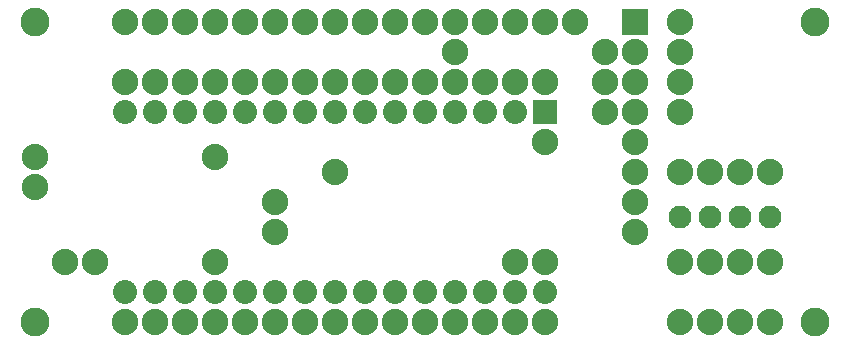
<source format=gts>
G04 MADE WITH FRITZING*
G04 WWW.FRITZING.ORG*
G04 DOUBLE SIDED*
G04 HOLES PLATED*
G04 CONTOUR ON CENTER OF CONTOUR VECTOR*
%ASAXBY*%
%FSLAX23Y23*%
%MOIN*%
%OFA0B0*%
%SFA1.0B1.0*%
%ADD10C,0.080000*%
%ADD11C,0.076111*%
%ADD12C,0.088000*%
%ADD13C,0.096614*%
%ADD14R,0.080000X0.079972*%
%ADD15R,0.088000X0.088000*%
%LNMASK1*%
G90*
G70*
G54D10*
X1784Y795D03*
X1684Y795D03*
X1584Y795D03*
X1484Y795D03*
X1384Y795D03*
X1284Y795D03*
X1184Y795D03*
X1084Y795D03*
X984Y795D03*
X884Y795D03*
X784Y795D03*
X684Y795D03*
X584Y795D03*
X484Y795D03*
X384Y795D03*
X1784Y195D03*
X1684Y195D03*
X1584Y195D03*
X1484Y195D03*
X1384Y195D03*
X1284Y195D03*
X1184Y195D03*
X1084Y195D03*
X984Y195D03*
X884Y195D03*
X784Y195D03*
X684Y195D03*
X584Y195D03*
X484Y195D03*
X384Y195D03*
G54D11*
X2234Y445D03*
X2334Y445D03*
X2534Y445D03*
X2434Y445D03*
G54D12*
X2084Y1095D03*
X2084Y995D03*
X2084Y895D03*
X2084Y795D03*
X2084Y695D03*
X2084Y595D03*
X2084Y495D03*
X2084Y395D03*
X2534Y95D03*
X2434Y95D03*
X2334Y95D03*
X2234Y95D03*
X2534Y295D03*
X2434Y295D03*
X2334Y295D03*
X2234Y295D03*
X2234Y595D03*
X2334Y595D03*
X2434Y595D03*
X2534Y595D03*
X2234Y1095D03*
X2234Y995D03*
X2234Y895D03*
X2234Y795D03*
X1784Y95D03*
X1684Y95D03*
X1584Y95D03*
X1484Y95D03*
X1384Y95D03*
X1284Y95D03*
X1184Y95D03*
X1084Y95D03*
X684Y295D03*
X984Y95D03*
X884Y95D03*
X784Y95D03*
X684Y95D03*
X584Y95D03*
X484Y95D03*
X384Y95D03*
X1784Y895D03*
X1684Y895D03*
X1584Y895D03*
X1484Y895D03*
X1384Y895D03*
X1284Y895D03*
X1184Y895D03*
X1084Y895D03*
X984Y895D03*
X884Y895D03*
X784Y895D03*
X684Y895D03*
X584Y895D03*
X484Y895D03*
X384Y895D03*
X1684Y1095D03*
X1784Y1095D03*
X84Y645D03*
X84Y545D03*
G54D13*
X2684Y95D03*
X2684Y1095D03*
X84Y1095D03*
X84Y95D03*
G54D12*
X1984Y995D03*
X1484Y995D03*
X1484Y1095D03*
X1384Y1095D03*
X1284Y1095D03*
X1184Y1095D03*
X1084Y1095D03*
X984Y1095D03*
X884Y1095D03*
X784Y1095D03*
X684Y1095D03*
X584Y1095D03*
X484Y1095D03*
X384Y1095D03*
X1984Y895D03*
X1784Y695D03*
X1084Y595D03*
X1984Y795D03*
X884Y495D03*
X884Y395D03*
X1684Y295D03*
X1784Y295D03*
X184Y295D03*
X284Y295D03*
X684Y645D03*
X1584Y1095D03*
X1884Y1095D03*
G54D14*
X1784Y795D03*
G54D15*
X2084Y1095D03*
G04 End of Mask1*
M02*
</source>
